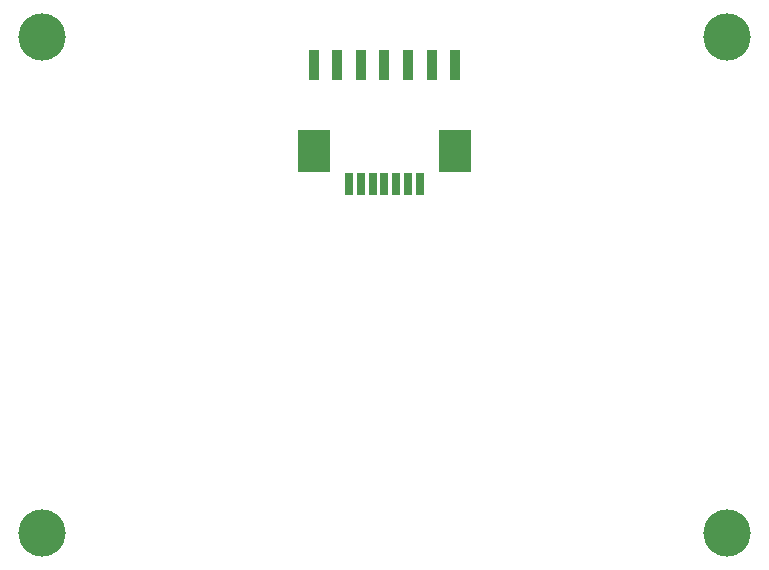
<source format=gbr>
G04 GENERATED BY PULSONIX 7.0 GERBER.DLL 4573*
%INHILLSTAR_50X30_EL_V1_0*%
%LNGERBER_SOLDERMASK_BOTTOM*%
%FSLAX33Y33*%
%IPPOS*%
%LPD*%
%OFA0B0*%
%MOMM*%
%ADD430R,0.651X1.951*%
%ADD435R,2.751X3.651*%
%ADD2890C,4.000*%
%ADD5681R,0.951X2.551*%
X0Y0D02*
D02*
D430*
X126528Y134827D03*
X127528D03*
X128528D03*
X129528D03*
X130528D03*
X131528D03*
X132528D03*
D02*
D435*
X123528Y137627D03*
X135528D03*
D02*
D2890*
X100528Y105337D03*
Y147337D03*
X158528Y105337D03*
Y147337D03*
D02*
D5681*
X123528Y144937D03*
X125528D03*
X127528D03*
X129528D03*
X131528D03*
X133528D03*
X135528D03*
X0Y0D02*
M02*

</source>
